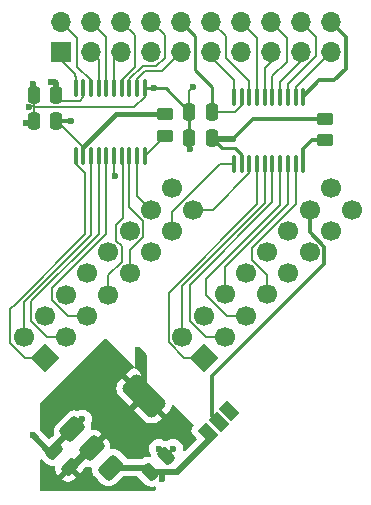
<source format=gbr>
%TF.GenerationSoftware,KiCad,Pcbnew,8.0.4*%
%TF.CreationDate,2024-12-17T16:18:05+07:00*%
%TF.ProjectId,8bit_bus,38626974-5f62-4757-932e-6b696361645f,rev?*%
%TF.SameCoordinates,Original*%
%TF.FileFunction,Copper,L1,Top*%
%TF.FilePolarity,Positive*%
%FSLAX46Y46*%
G04 Gerber Fmt 4.6, Leading zero omitted, Abs format (unit mm)*
G04 Created by KiCad (PCBNEW 8.0.4) date 2024-12-17 16:18:05*
%MOMM*%
%LPD*%
G01*
G04 APERTURE LIST*
G04 Aperture macros list*
%AMRoundRect*
0 Rectangle with rounded corners*
0 $1 Rounding radius*
0 $2 $3 $4 $5 $6 $7 $8 $9 X,Y pos of 4 corners*
0 Add a 4 corners polygon primitive as box body*
4,1,4,$2,$3,$4,$5,$6,$7,$8,$9,$2,$3,0*
0 Add four circle primitives for the rounded corners*
1,1,$1+$1,$2,$3*
1,1,$1+$1,$4,$5*
1,1,$1+$1,$6,$7*
1,1,$1+$1,$8,$9*
0 Add four rect primitives between the rounded corners*
20,1,$1+$1,$2,$3,$4,$5,0*
20,1,$1+$1,$4,$5,$6,$7,0*
20,1,$1+$1,$6,$7,$8,$9,0*
20,1,$1+$1,$8,$9,$2,$3,0*%
%AMHorizOval*
0 Thick line with rounded ends*
0 $1 width*
0 $2 $3 position (X,Y) of the first rounded end (center of the circle)*
0 $4 $5 position (X,Y) of the second rounded end (center of the circle)*
0 Add line between two ends*
20,1,$1,$2,$3,$4,$5,0*
0 Add two circle primitives to create the rounded ends*
1,1,$1,$2,$3*
1,1,$1,$4,$5*%
%AMRotRect*
0 Rectangle, with rotation*
0 The origin of the aperture is its center*
0 $1 length*
0 $2 width*
0 $3 Rotation angle, in degrees counterclockwise*
0 Add horizontal line*
21,1,$1,$2,0,0,$3*%
G04 Aperture macros list end*
%TA.AperFunction,SMDPad,CuDef*%
%ADD10RoundRect,0.250000X0.159099X-0.512652X0.512652X-0.159099X-0.159099X0.512652X-0.512652X0.159099X0*%
%TD*%
%TA.AperFunction,SMDPad,CuDef*%
%ADD11RoundRect,0.250000X0.250000X0.475000X-0.250000X0.475000X-0.250000X-0.475000X0.250000X-0.475000X0*%
%TD*%
%TA.AperFunction,SMDPad,CuDef*%
%ADD12RotRect,1.000000X1.500000X45.000000*%
%TD*%
%TA.AperFunction,SMDPad,CuDef*%
%ADD13RoundRect,0.250000X0.450000X-0.262500X0.450000X0.262500X-0.450000X0.262500X-0.450000X-0.262500X0*%
%TD*%
%TA.AperFunction,SMDPad,CuDef*%
%ADD14RoundRect,0.250000X0.512652X0.159099X0.159099X0.512652X-0.512652X-0.159099X-0.159099X-0.512652X0*%
%TD*%
%TA.AperFunction,SMDPad,CuDef*%
%ADD15RoundRect,0.100000X0.100000X-0.637500X0.100000X0.637500X-0.100000X0.637500X-0.100000X-0.637500X0*%
%TD*%
%TA.AperFunction,SMDPad,CuDef*%
%ADD16RoundRect,0.375000X-0.176777X-0.707107X0.707107X0.176777X0.176777X0.707107X-0.707107X-0.176777X0*%
%TD*%
%TA.AperFunction,SMDPad,CuDef*%
%ADD17RoundRect,0.500000X0.636396X-1.343503X1.343503X-0.636396X-0.636396X1.343503X-1.343503X0.636396X0*%
%TD*%
%TA.AperFunction,ComponentPad*%
%ADD18R,1.700000X1.700000*%
%TD*%
%TA.AperFunction,ComponentPad*%
%ADD19O,1.700000X1.700000*%
%TD*%
%TA.AperFunction,ComponentPad*%
%ADD20RotRect,1.700000X1.700000X315.000000*%
%TD*%
%TA.AperFunction,ComponentPad*%
%ADD21HorizOval,1.700000X0.000000X0.000000X0.000000X0.000000X0*%
%TD*%
%TA.AperFunction,ViaPad*%
%ADD22C,0.600000*%
%TD*%
%TA.AperFunction,Conductor*%
%ADD23C,0.300000*%
%TD*%
%TA.AperFunction,Conductor*%
%ADD24C,0.500000*%
%TD*%
%TA.AperFunction,Conductor*%
%ADD25C,0.250000*%
%TD*%
%TA.AperFunction,Conductor*%
%ADD26C,0.200000*%
%TD*%
G04 APERTURE END LIST*
D10*
%TO.P,C6,1*%
%TO.N,+5V*%
X37830391Y-59162352D03*
%TO.P,C6,2*%
%TO.N,GND*%
X39173893Y-57818850D03*
%TD*%
D11*
%TO.P,C2,1*%
%TO.N,+3V3*%
X29885892Y-29484250D03*
%TO.P,C2,2*%
%TO.N,GND*%
X27985894Y-29484250D03*
%TD*%
D12*
%TO.P,JP4,1,A*%
%TO.N,+5V*%
X42714654Y-55848089D03*
%TO.P,JP4,2,B*%
%TO.N,Net-(J12-Pin_14)*%
X43633893Y-54928850D03*
%TO.P,JP4,3*%
%TO.N,N/C*%
X44553132Y-54009611D03*
%TD*%
D11*
%TO.P,C3,1*%
%TO.N,+3V3*%
X43053891Y-30868850D03*
%TO.P,C3,2*%
%TO.N,GND*%
X41153893Y-30868850D03*
%TD*%
D13*
%TO.P,R10,1*%
%TO.N,Net-(U2-OE)*%
X52684893Y-31107950D03*
%TO.P,R10,2*%
%TO.N,+3V3*%
X52684893Y-29282950D03*
%TD*%
D11*
%TO.P,C4,1*%
%TO.N,+5V*%
X43063893Y-28698850D03*
%TO.P,C4,2*%
%TO.N,GND*%
X41163895Y-28698850D03*
%TD*%
D13*
%TO.P,R9,1*%
%TO.N,Net-(U1-OE)*%
X39095893Y-30726950D03*
%TO.P,R9,2*%
%TO.N,+3V3*%
X39095893Y-28901950D03*
%TD*%
D14*
%TO.P,C9,1*%
%TO.N,+3V3*%
X31053893Y-58728850D03*
%TO.P,C9,2*%
%TO.N,GND*%
X29710391Y-57385348D03*
%TD*%
D15*
%TO.P,U1,1,A1*%
%TO.N,/8bit_bus/D1_1*%
X31533893Y-32403850D03*
%TO.P,U1,2,VCCA*%
%TO.N,+3V3*%
X32183893Y-32403850D03*
%TO.P,U1,3,A2*%
%TO.N,/8bit_bus/D1_2*%
X32833893Y-32403850D03*
%TO.P,U1,4,A3*%
%TO.N,/8bit_bus/D1_3*%
X33483893Y-32403850D03*
%TO.P,U1,5,A4*%
%TO.N,/8bit_bus/D1_4*%
X34133893Y-32403850D03*
%TO.P,U1,6,A5*%
%TO.N,/8bit_bus/D1_5*%
X34783893Y-32403850D03*
%TO.P,U1,7,A6*%
%TO.N,/8bit_bus/D1_6*%
X35433893Y-32403850D03*
%TO.P,U1,8,A7*%
%TO.N,/8bit_bus/CM_A_N5*%
X36083893Y-32403850D03*
%TO.P,U1,9,A8*%
%TO.N,/8bit_bus/CM_STB_N1*%
X36733893Y-32403850D03*
%TO.P,U1,10,OE*%
%TO.N,Net-(U1-OE)*%
X37383893Y-32403850D03*
%TO.P,U1,11,GND*%
%TO.N,GND*%
X37383893Y-26678850D03*
%TO.P,U1,12,B8*%
%TO.N,/8bit_bus/STB*%
X36733893Y-26678850D03*
%TO.P,U1,13,B7*%
%TO.N,/8bit_bus/A*%
X36083893Y-26678850D03*
%TO.P,U1,14,B6*%
%TO.N,/8bit_bus/D5*%
X35433893Y-26678850D03*
%TO.P,U1,15,B5*%
%TO.N,/8bit_bus/D4*%
X34783893Y-26678850D03*
%TO.P,U1,16,B4*%
%TO.N,/8bit_bus/D3*%
X34133893Y-26678850D03*
%TO.P,U1,17,B3*%
%TO.N,/8bit_bus/D2*%
X33483893Y-26678850D03*
%TO.P,U1,18,B2*%
%TO.N,/8bit_bus/D1*%
X32833893Y-26678850D03*
%TO.P,U1,19,VCCB*%
%TO.N,+5V*%
X32183893Y-26678850D03*
%TO.P,U1,20,B1*%
%TO.N,/8bit_bus/D0*%
X31533893Y-26678850D03*
%TD*%
D16*
%TO.P,U6,1,GND*%
%TO.N,GND*%
X31260161Y-55549891D03*
%TO.P,U6,2,VO*%
%TO.N,+3V3*%
X32886507Y-57176236D03*
D17*
X37341279Y-52721464D03*
D16*
%TO.P,U6,3,VI*%
%TO.N,+5V*%
X34512852Y-58802582D03*
%TD*%
D15*
%TO.P,U2,1,A1*%
%TO.N,/8bit_bus/CM_CLK_M3*%
X44948893Y-33113849D03*
%TO.P,U2,2,VCCA*%
%TO.N,+3V3*%
X45598893Y-33113849D03*
%TO.P,U2,3,A2*%
%TO.N,/8bit_bus/CM_OE_M4*%
X46248893Y-33113849D03*
%TO.P,U2,4,A3*%
%TO.N,/8bit_bus/D2_1*%
X46898893Y-33113849D03*
%TO.P,U2,5,A4*%
%TO.N,/8bit_bus/D2_2*%
X47548893Y-33113849D03*
%TO.P,U2,6,A5*%
%TO.N,/8bit_bus/D2_3*%
X48198893Y-33113849D03*
%TO.P,U2,7,A6*%
%TO.N,/8bit_bus/D2_4*%
X48848893Y-33113849D03*
%TO.P,U2,8,A7*%
%TO.N,/8bit_bus/D2_5*%
X49498893Y-33113849D03*
%TO.P,U2,9,A8*%
%TO.N,/8bit_bus/D2_6*%
X50148893Y-33113849D03*
%TO.P,U2,10,OE*%
%TO.N,Net-(U2-OE)*%
X50798893Y-33113849D03*
%TO.P,U2,11,GND*%
%TO.N,GND*%
X50798893Y-27388849D03*
%TO.P,U2,12,B8*%
%TO.N,/8bit_bus/D11*%
X50148893Y-27388849D03*
%TO.P,U2,13,B7*%
%TO.N,/8bit_bus/D10*%
X49498893Y-27388849D03*
%TO.P,U2,14,B6*%
%TO.N,/8bit_bus/D9*%
X48848893Y-27388849D03*
%TO.P,U2,15,B5*%
%TO.N,/8bit_bus/D8*%
X48198893Y-27388849D03*
%TO.P,U2,16,B4*%
%TO.N,/8bit_bus/D7*%
X47548893Y-27388849D03*
%TO.P,U2,17,B3*%
%TO.N,/8bit_bus/D6*%
X46898893Y-27388849D03*
%TO.P,U2,18,B2*%
%TO.N,/8bit_bus/OE*%
X46248893Y-27388849D03*
%TO.P,U2,19,VCCB*%
%TO.N,+5V*%
X45598893Y-27388849D03*
%TO.P,U2,20,B1*%
%TO.N,/8bit_bus/CLK*%
X44948893Y-27388849D03*
%TD*%
D18*
%TO.P,J17,1,Pin_1*%
%TO.N,/8bit_bus/D0*%
X30293893Y-23608850D03*
D19*
%TO.P,J17,2,Pin_2*%
%TO.N,/8bit_bus/D1*%
X30293893Y-21068850D03*
%TO.P,J17,3,Pin_3*%
%TO.N,/8bit_bus/D2*%
X32833893Y-23608850D03*
%TO.P,J17,4,Pin_4*%
%TO.N,/8bit_bus/D3*%
X32833893Y-21068850D03*
%TO.P,J17,5,Pin_5*%
%TO.N,/8bit_bus/D4*%
X35373892Y-23608850D03*
%TO.P,J17,6,Pin_6*%
%TO.N,/8bit_bus/D5*%
X35373893Y-21068850D03*
%TO.P,J17,7,Pin_7*%
%TO.N,GND*%
X37913893Y-23608850D03*
%TO.P,J17,8,Pin_8*%
%TO.N,/8bit_bus/A*%
X37913893Y-21068850D03*
%TO.P,J17,9,Pin_9*%
%TO.N,/8bit_bus/STB*%
X40453893Y-23608850D03*
%TO.P,J17,10,Pin_10*%
%TO.N,+5V*%
X40453893Y-21068850D03*
%TO.P,J17,11,Pin_11*%
%TO.N,/8bit_bus/CLK*%
X42993893Y-23608850D03*
%TO.P,J17,12,Pin_12*%
%TO.N,/8bit_bus/OE*%
X42993893Y-21068850D03*
%TO.P,J17,13,Pin_13*%
%TO.N,GND*%
X45533893Y-23608850D03*
%TO.P,J17,14,Pin_14*%
%TO.N,/8bit_bus/D6*%
X45533893Y-21068850D03*
%TO.P,J17,15,Pin_15*%
%TO.N,/8bit_bus/D7*%
X48073894Y-23608850D03*
%TO.P,J17,16,Pin_16*%
%TO.N,/8bit_bus/D8*%
X48073893Y-21068850D03*
%TO.P,J17,17,Pin_17*%
%TO.N,/8bit_bus/D9*%
X50613893Y-23608850D03*
%TO.P,J17,18,Pin_18*%
%TO.N,/8bit_bus/D10*%
X50613893Y-21068850D03*
%TO.P,J17,19,Pin_19*%
%TO.N,/8bit_bus/D11*%
X53153893Y-23608850D03*
%TO.P,J17,20,Pin_20*%
%TO.N,GND*%
X53153893Y-21068850D03*
%TD*%
D11*
%TO.P,C1,1*%
%TO.N,+5V*%
X29885892Y-27249050D03*
%TO.P,C1,2*%
%TO.N,GND*%
X27985894Y-27249050D03*
%TD*%
D20*
%TO.P,J11,1,Pin_1*%
%TO.N,/8bit_bus/D1_1*%
X28923893Y-49538850D03*
D21*
%TO.P,J11,2,Pin_2*%
%TO.N,/8bit_bus/D1_2*%
X27127842Y-47742799D03*
%TO.P,J11,3,Pin_3*%
%TO.N,/8bit_bus/D1_3*%
X30719944Y-47742799D03*
%TO.P,J11,4,Pin_4*%
%TO.N,GND*%
X28923893Y-45946748D03*
%TO.P,J11,5,Pin_5*%
%TO.N,/8bit_bus/D1_4*%
X32515995Y-45946748D03*
%TO.P,J11,6,Pin_6*%
%TO.N,/8bit_bus/D1_5*%
X30719944Y-44150696D03*
%TO.P,J11,7,Pin_7*%
%TO.N,/8bit_bus/D1_6*%
X34312047Y-44150696D03*
%TO.P,J11,8,Pin_8*%
%TO.N,/8bit_bus/CM_E_N4*%
X32515995Y-42354645D03*
%TO.P,J11,9,Pin_9*%
%TO.N,/8bit_bus/CM_A_N5*%
X36108098Y-42354645D03*
%TO.P,J11,10,Pin_10*%
%TO.N,/8bit_bus/CM_B_N3*%
X34312047Y-40558594D03*
%TO.P,J11,11,Pin_11*%
%TO.N,/8bit_bus/CM_C_P3*%
X37904149Y-40558594D03*
%TO.P,J11,12,Pin_12*%
%TO.N,/8bit_bus/CM_D_P4*%
X36108098Y-38762543D03*
%TO.P,J11,13,Pin_13*%
%TO.N,/8bit_bus/CM_CLK_M3*%
X39700200Y-38762543D03*
%TO.P,J11,14,Pin_14*%
%TO.N,/8bit_bus/CM_STB_N1*%
X37904149Y-36966491D03*
%TO.P,J11,15,Pin_15*%
%TO.N,/8bit_bus/CM_OE_M4*%
X41496252Y-36966491D03*
%TO.P,J11,16,Pin_16*%
%TO.N,GND*%
X39700200Y-35170440D03*
%TD*%
D20*
%TO.P,J12,1,Pin_1*%
%TO.N,/8bit_bus/D2_1*%
X42363893Y-49528850D03*
D21*
%TO.P,J12,2,Pin_2*%
%TO.N,/8bit_bus/D2_2*%
X40567842Y-47732799D03*
%TO.P,J12,3,Pin_3*%
%TO.N,/8bit_bus/D2_3*%
X44159944Y-47732799D03*
%TO.P,J12,4,Pin_4*%
%TO.N,GND*%
X42363893Y-45936748D03*
%TO.P,J12,5,Pin_5*%
%TO.N,/8bit_bus/D2_4*%
X45955995Y-45936748D03*
%TO.P,J12,6,Pin_6*%
%TO.N,/8bit_bus/D2_5*%
X44159944Y-44140696D03*
%TO.P,J12,7,Pin_7*%
%TO.N,/8bit_bus/D2_6*%
X47752047Y-44140696D03*
%TO.P,J12,8,Pin_8*%
%TO.N,unconnected-(J12-Pin_8-Pad8)*%
X45955995Y-42344645D03*
%TO.P,J12,9,Pin_9*%
%TO.N,unconnected-(J12-Pin_9-Pad9)*%
X49548098Y-42344645D03*
%TO.P,J12,10,Pin_10*%
%TO.N,unconnected-(J12-Pin_10-Pad10)*%
X47752047Y-40548594D03*
%TO.P,J12,11,Pin_11*%
%TO.N,unconnected-(J12-Pin_11-Pad11)*%
X51344149Y-40548594D03*
%TO.P,J12,12,Pin_12*%
%TO.N,unconnected-(J12-Pin_12-Pad12)*%
X49548098Y-38752543D03*
%TO.P,J12,13,Pin_13*%
%TO.N,unconnected-(J12-Pin_13-Pad13)*%
X53140200Y-38752543D03*
%TO.P,J12,14,Pin_14*%
%TO.N,Net-(J12-Pin_14)*%
X51344149Y-36956491D03*
%TO.P,J12,15,Pin_15*%
%TO.N,unconnected-(J12-Pin_15-Pad15)*%
X54936252Y-36956491D03*
%TO.P,J12,16,Pin_16*%
%TO.N,GND*%
X53140200Y-35160440D03*
%TD*%
D22*
%TO.N,GND*%
X27894493Y-56078050D03*
X41508893Y-26548850D03*
X41173893Y-31868850D03*
X32103893Y-54706159D03*
X27615093Y-28290450D03*
X27335693Y-29662050D03*
X38562493Y-57195650D03*
X38133893Y-26678850D03*
X27945293Y-26334650D03*
X39807093Y-57195650D03*
%TO.N,+3V3*%
X31171093Y-29484250D03*
X44883893Y-30948850D03*
X36773893Y-49499450D03*
X36773893Y-50218850D03*
X36773893Y-48813650D03*
%TO.N,/8bit_bus/D1_5*%
X34883893Y-34088850D03*
%TO.N,+5V*%
X38867293Y-59761050D03*
X29467893Y-26132850D03*
X40107497Y-59162352D03*
%TD*%
D23*
%TO.N,GND*%
X54437493Y-22352450D02*
X53153893Y-21068850D01*
D24*
X29710391Y-57099661D02*
X31260161Y-55549891D01*
D25*
X41153893Y-31848850D02*
X41173893Y-31868850D01*
D26*
X37383893Y-27416349D02*
X37383893Y-26678850D01*
D24*
X32103893Y-54706159D02*
X31260161Y-55549891D01*
D23*
X50798893Y-27388849D02*
X52157892Y-26029850D01*
X39183893Y-57818850D02*
X39807093Y-57195650D01*
D26*
X27985894Y-28315850D02*
X36484392Y-28315850D01*
X27985894Y-28315850D02*
X27985894Y-28214250D01*
D25*
X41163895Y-28698850D02*
X39143895Y-26678850D01*
D26*
X27808094Y-29662050D02*
X27985894Y-29484250D01*
X41163895Y-26893848D02*
X41163895Y-28698850D01*
X27985894Y-28214250D02*
X27985894Y-27249050D01*
X41508893Y-26548850D02*
X41163895Y-26893848D01*
X27985894Y-28214250D02*
X27691293Y-28214250D01*
D25*
X41153893Y-28708852D02*
X41163895Y-28698850D01*
D24*
X29710391Y-57385348D02*
X29201791Y-57385348D01*
X29201791Y-57385348D02*
X27894493Y-56078050D01*
D23*
X52157892Y-26029850D02*
X53446893Y-26029850D01*
X39173893Y-57818850D02*
X39173893Y-57807050D01*
X39173893Y-57807050D02*
X38562493Y-57195650D01*
D26*
X27985894Y-29484250D02*
X27985894Y-28315850D01*
X27691293Y-28214250D02*
X27615093Y-28290450D01*
X36484392Y-28315850D02*
X37383893Y-27416349D01*
D25*
X41153893Y-30868850D02*
X41153893Y-31848850D01*
X41153893Y-30868850D02*
X41153893Y-28708852D01*
D23*
X39173893Y-57818850D02*
X39183893Y-57818850D01*
X54437493Y-25039250D02*
X54437493Y-22352450D01*
D26*
X27335693Y-29662050D02*
X27808094Y-29662050D01*
D24*
X29710391Y-57385348D02*
X29710391Y-57099661D01*
D23*
X53446893Y-26029850D02*
X54437493Y-25039250D01*
D26*
X27985894Y-26375251D02*
X27945293Y-26334650D01*
X27985894Y-27249050D02*
X27985894Y-26375251D01*
D25*
X39143895Y-26678850D02*
X37383893Y-26678850D01*
D24*
%TO.N,+3V3*%
X31333893Y-58728850D02*
X32886507Y-57176236D01*
X44883893Y-30948850D02*
X43133891Y-30948850D01*
D25*
X43963891Y-31778850D02*
X43053891Y-30868850D01*
D24*
X37341279Y-50786236D02*
X37341279Y-49381036D01*
X36773893Y-50218850D02*
X36773893Y-49499450D01*
D23*
X34959125Y-28901950D02*
X32183893Y-31677182D01*
D25*
X45598893Y-33113849D02*
X45598893Y-32373850D01*
X45598893Y-32373850D02*
X45003893Y-31778850D01*
D24*
X36773893Y-48813650D02*
X36773893Y-49499450D01*
X43133891Y-30948850D02*
X43053891Y-30868850D01*
D23*
X39095893Y-28901950D02*
X34959125Y-28901950D01*
D25*
X38993893Y-28948850D02*
X34947581Y-28948850D01*
D26*
X32183893Y-31666351D02*
X30386392Y-29868850D01*
D23*
X52684893Y-29282950D02*
X46549793Y-29282950D01*
D24*
X37341279Y-50786236D02*
X36773893Y-50218850D01*
D23*
X32183893Y-31677182D02*
X32183893Y-32403850D01*
D24*
X31053893Y-58728850D02*
X31333893Y-58728850D01*
D23*
X29885892Y-29484250D02*
X31171093Y-29484250D01*
D26*
X32183893Y-32403850D02*
X32183893Y-31666351D01*
D25*
X34947581Y-28948850D02*
X32183893Y-31712538D01*
D24*
X37341279Y-52721464D02*
X37341279Y-50786236D01*
X32886507Y-57176236D02*
X37341279Y-52721464D01*
D23*
X46549793Y-29282950D02*
X44883893Y-30948850D01*
D24*
X37341279Y-49381036D02*
X36773893Y-48813650D01*
D25*
X32183893Y-31712538D02*
X32183893Y-32403850D01*
D26*
X30386392Y-29868850D02*
X29873891Y-29868850D01*
D25*
X45003893Y-31778850D02*
X43963891Y-31778850D01*
D26*
%TO.N,/8bit_bus/D1_6*%
X35533893Y-37710402D02*
X34958098Y-38286197D01*
X34958098Y-39578299D02*
X35462047Y-40082248D01*
X34312047Y-42524350D02*
X34312047Y-44150696D01*
X34958098Y-38286197D02*
X34958098Y-39578299D01*
X35433893Y-32403850D02*
X35533893Y-32503850D01*
X35533893Y-32503850D02*
X35533893Y-37710402D01*
X35462047Y-40082248D02*
X35462047Y-41374350D01*
X35462047Y-41374350D02*
X34312047Y-42524350D01*
%TO.N,/8bit_bus/CM_A_N5*%
X36108098Y-40388889D02*
X37258098Y-39238889D01*
X36108098Y-42354645D02*
X36108098Y-40388889D01*
X37258098Y-39238889D02*
X37258098Y-37946786D01*
X36083893Y-36772581D02*
X36083893Y-32403850D01*
X37258098Y-37946786D02*
X36083893Y-36772581D01*
%TO.N,/8bit_bus/D1_5*%
X34783893Y-33988850D02*
X34883893Y-34088850D01*
X34783893Y-32403850D02*
X34783893Y-33988850D01*
%TO.N,/8bit_bus/D1_2*%
X27127842Y-47742799D02*
X27127842Y-44795914D01*
X32833893Y-39089863D02*
X32833893Y-32403850D01*
X27127842Y-44795914D02*
X32833893Y-39089863D01*
%TO.N,/8bit_bus/D1_3*%
X30719944Y-47252799D02*
X30743893Y-47228850D01*
X29093598Y-47742799D02*
X27773893Y-46423094D01*
X27773893Y-44715550D02*
X33483893Y-39005550D01*
X30719944Y-47742799D02*
X29093598Y-47742799D01*
X30719944Y-47742799D02*
X30719944Y-47252799D01*
X27773893Y-46423094D02*
X27773893Y-44715550D01*
X33483893Y-39005550D02*
X33483893Y-32403850D01*
%TO.N,/8bit_bus/CM_CLK_M3*%
X39700200Y-37136197D02*
X43722548Y-33113849D01*
X39700200Y-38762543D02*
X39700200Y-37136197D01*
X43722548Y-33113849D02*
X44948893Y-33113849D01*
%TO.N,/8bit_bus/CM_STB_N1*%
X36733893Y-35796235D02*
X37904149Y-36966491D01*
X36733893Y-32403850D02*
X36733893Y-35796235D01*
%TO.N,/8bit_bus/D1_1*%
X26265178Y-45081514D02*
X25977842Y-45368850D01*
X26276557Y-45081514D02*
X26265178Y-45081514D01*
X25977842Y-45368850D02*
X25977842Y-48262799D01*
X25977842Y-48262799D02*
X27253893Y-49538850D01*
X31533893Y-33141349D02*
X31533893Y-32403850D01*
X27253893Y-49538850D02*
X28923893Y-49538850D01*
X26276557Y-45081514D02*
X32293893Y-39064177D01*
X32293893Y-39064177D02*
X32293893Y-33901349D01*
X32293893Y-33901349D02*
X31533893Y-33141349D01*
%TO.N,/8bit_bus/CM_OE_M4*%
X43133750Y-36966491D02*
X46248893Y-33851348D01*
X46248893Y-33851348D02*
X46248893Y-33113849D01*
X41496252Y-36966491D02*
X43133750Y-36966491D01*
%TO.N,/8bit_bus/D1_4*%
X34133893Y-39028850D02*
X34133893Y-32403850D01*
X29569944Y-44627042D02*
X29569944Y-43592799D01*
X32515995Y-45946748D02*
X30889650Y-45946748D01*
X30889650Y-45946748D02*
X29569944Y-44627042D01*
X29569944Y-43592799D02*
X34133893Y-39028850D01*
%TO.N,/8bit_bus/D2_2*%
X47548893Y-36442479D02*
X40567842Y-43423530D01*
X47548893Y-33113849D02*
X47548893Y-36442479D01*
X40567842Y-43423530D02*
X40567842Y-47732799D01*
%TO.N,/8bit_bus/D2_3*%
X48198893Y-33113849D02*
X48198893Y-36358164D01*
X41213893Y-46413094D02*
X42533598Y-47732799D01*
X41213893Y-43343164D02*
X41213893Y-46413094D01*
X48198893Y-36358164D02*
X41213893Y-43343164D01*
X42533598Y-47732799D02*
X44159944Y-47732799D01*
%TO.N,/8bit_bus/D2_6*%
X50148893Y-33113849D02*
X50148893Y-36525402D01*
X46432341Y-40241954D02*
X46432341Y-41194645D01*
X47752047Y-42514351D02*
X47752047Y-44140696D01*
X50148893Y-36525402D02*
X46432341Y-40241954D01*
X46432341Y-41194645D02*
X47752047Y-42514351D01*
%TO.N,/8bit_bus/D2_5*%
X44159944Y-44140696D02*
X44159944Y-41838485D01*
X49498893Y-36499536D02*
X49498893Y-33113849D01*
X44159944Y-41838485D02*
X49498893Y-36499536D01*
%TO.N,/8bit_bus/D2_4*%
X42593893Y-42838850D02*
X48848893Y-36583850D01*
X45955995Y-45936748D02*
X44329650Y-45936748D01*
X42593893Y-44200991D02*
X42593893Y-42838850D01*
X44329650Y-45936748D02*
X42593893Y-44200991D01*
X48848893Y-36583850D02*
X48848893Y-33113849D01*
%TO.N,/8bit_bus/D2_1*%
X40737547Y-49528850D02*
X42363893Y-49528850D01*
X39417842Y-44007844D02*
X39417842Y-48209145D01*
X39417842Y-48209145D02*
X40737547Y-49528850D01*
X46898893Y-36526793D02*
X39417842Y-44007844D01*
X46898893Y-33113849D02*
X46898893Y-36526793D01*
D24*
%TO.N,+5V*%
X34512852Y-58802582D02*
X36303893Y-58802582D01*
X39253893Y-59162352D02*
X38943493Y-59162352D01*
D25*
X41628893Y-22243850D02*
X41628893Y-25143850D01*
X40453893Y-21068850D02*
X41628893Y-22243850D01*
D24*
X42714654Y-55848089D02*
X42714654Y-56555195D01*
X29750093Y-26132850D02*
X29885892Y-26268649D01*
X37470621Y-58802582D02*
X37830391Y-59162352D01*
X29885892Y-26268649D02*
X29885892Y-27249050D01*
D26*
X45598893Y-27388849D02*
X45598893Y-28126348D01*
X31868592Y-27731650D02*
X32183893Y-27416349D01*
X30368492Y-27731650D02*
X31868592Y-27731650D01*
D24*
X38943493Y-59162352D02*
X37830391Y-59162352D01*
X29467893Y-26132850D02*
X29750093Y-26132850D01*
D26*
X45026391Y-28698850D02*
X43063893Y-28698850D01*
D24*
X40107497Y-59162352D02*
X39253893Y-59162352D01*
D25*
X41628893Y-25143850D02*
X43063893Y-26578850D01*
D26*
X45598893Y-28126348D02*
X45026391Y-28698850D01*
D24*
X42714654Y-56555195D02*
X40107497Y-59162352D01*
D26*
X32183893Y-27416349D02*
X32183893Y-26678850D01*
D25*
X43063893Y-26578850D02*
X43063893Y-28698850D01*
D24*
X38867293Y-59238552D02*
X38943493Y-59162352D01*
D26*
X29885892Y-27249050D02*
X30368492Y-27731650D01*
D24*
X38867293Y-59761050D02*
X38867293Y-59238552D01*
X36303893Y-58802582D02*
X37470621Y-58802582D01*
D23*
%TO.N,Net-(J12-Pin_14)*%
X43633893Y-54928850D02*
X43103563Y-54398520D01*
X43103563Y-51054380D02*
X52583293Y-41574650D01*
X52583293Y-40090681D02*
X51344149Y-38851537D01*
X52583293Y-41574650D02*
X52583293Y-40090681D01*
X43103563Y-54398520D02*
X43103563Y-51054380D01*
X51344149Y-38851537D02*
X51344149Y-36956491D01*
D26*
%TO.N,/8bit_bus/D0*%
X30293893Y-24328850D02*
X31463893Y-25498850D01*
X31463893Y-25628850D02*
X31533893Y-25698850D01*
X31463893Y-25498850D02*
X31463893Y-25628850D01*
X31533893Y-25698850D02*
X31533893Y-26678850D01*
X30293893Y-23608850D02*
X30293893Y-24328850D01*
%TO.N,/8bit_bus/D2*%
X32833893Y-23608850D02*
X33483893Y-24258850D01*
X33483893Y-24258850D02*
X33483893Y-26678850D01*
%TO.N,/8bit_bus/D4*%
X35373892Y-23608850D02*
X34783893Y-24198849D01*
X34783893Y-24198849D02*
X34783893Y-26678850D01*
%TO.N,/8bit_bus/D6*%
X46898893Y-22433850D02*
X46898893Y-27388849D01*
X45533893Y-21068850D02*
X46898893Y-22433850D01*
%TO.N,/8bit_bus/D1*%
X31683893Y-24858850D02*
X32833893Y-26008850D01*
X30293893Y-21068850D02*
X31683893Y-22458850D01*
X31683893Y-22458850D02*
X31683893Y-24858850D01*
X32833893Y-26008850D02*
X32833893Y-26678850D01*
%TO.N,/8bit_bus/D3*%
X32833893Y-21068850D02*
X34133893Y-22368850D01*
X34133893Y-22368850D02*
X34133893Y-26678850D01*
%TO.N,/8bit_bus/D7*%
X48073894Y-24463449D02*
X47548893Y-24988450D01*
X48073894Y-23608850D02*
X48073894Y-24463449D01*
X47548893Y-24988450D02*
X47548893Y-27388849D01*
%TO.N,/8bit_bus/D5*%
X35433893Y-26018850D02*
X35433893Y-26678850D01*
X36523892Y-24928851D02*
X35433893Y-26018850D01*
X36523892Y-22218849D02*
X36523892Y-24928851D01*
X35373893Y-21068850D02*
X36523892Y-22218849D01*
%TO.N,/8bit_bus/OE*%
X44226693Y-22301650D02*
X44226693Y-24083850D01*
X46248893Y-26106050D02*
X46248893Y-27388849D01*
X44226693Y-24083850D02*
X46248893Y-26106050D01*
X42993893Y-21068850D02*
X44226693Y-22301650D01*
%TO.N,/8bit_bus/D11*%
X50148893Y-27388849D02*
X50148893Y-26613850D01*
X50148893Y-26613850D02*
X53153893Y-23608850D01*
%TO.N,/8bit_bus/CLK*%
X42993893Y-24060450D02*
X42993893Y-23608850D01*
X44948893Y-27388849D02*
X44948893Y-26015450D01*
X44948893Y-26015450D02*
X42993893Y-24060450D01*
%TO.N,/8bit_bus/D10*%
X49498893Y-26350196D02*
X49498893Y-27388849D01*
X51922893Y-22377850D02*
X51922893Y-23926196D01*
X51922893Y-23926196D02*
X49498893Y-26350196D01*
X50613893Y-21068850D02*
X51922893Y-22377850D01*
%TO.N,/8bit_bus/A*%
X39063893Y-22218850D02*
X39063893Y-24085196D01*
X38330239Y-24818850D02*
X37206394Y-24818850D01*
X37913893Y-21068850D02*
X39063893Y-22218850D01*
X39063893Y-24085196D02*
X38330239Y-24818850D01*
X36083893Y-25941351D02*
X36083893Y-26678850D01*
X37206394Y-24818850D02*
X36083893Y-25941351D01*
%TO.N,/8bit_bus/STB*%
X36733893Y-26678850D02*
X36733893Y-25898850D01*
X36733893Y-25898850D02*
X37413893Y-25218850D01*
X38843893Y-25218850D02*
X40453893Y-23608850D01*
X37413893Y-25218850D02*
X38843893Y-25218850D01*
%TO.N,/8bit_bus/D9*%
X48848893Y-26132050D02*
X48848893Y-27388849D01*
X50613893Y-23608850D02*
X50613893Y-24367050D01*
X50613893Y-24367050D02*
X48848893Y-26132050D01*
%TO.N,/8bit_bus/D8*%
X49408293Y-24439450D02*
X49408293Y-22403250D01*
X48198893Y-27388849D02*
X48198893Y-25648850D01*
X48198893Y-25648850D02*
X49408293Y-24439450D01*
X49408293Y-22403250D02*
X48073893Y-21068850D01*
%TO.N,Net-(U1-OE)*%
X39060793Y-30726950D02*
X39095893Y-30726950D01*
X38993893Y-30793850D02*
X38993893Y-30773850D01*
X37383893Y-32403850D02*
X39060793Y-30726950D01*
X37383893Y-32403850D02*
X38993893Y-30793850D01*
D23*
%TO.N,Net-(U2-OE)*%
X50798893Y-31852850D02*
X51543793Y-31107950D01*
X50798893Y-33113849D02*
X50798893Y-31852850D01*
X51543793Y-31107950D02*
X52684893Y-31107950D01*
%TD*%
%TA.AperFunction,Conductor*%
%TO.N,+3V3*%
G36*
X34161876Y-47906459D02*
G01*
X34204362Y-47933768D01*
X36511265Y-50199476D01*
X36545301Y-50260495D01*
X36540944Y-50330229D01*
X36499579Y-50386538D01*
X36461499Y-50406257D01*
X36308497Y-50454262D01*
X36130668Y-50552965D01*
X36130665Y-50552967D01*
X36038802Y-50629829D01*
X36038787Y-50629842D01*
X35820999Y-50847631D01*
X39215112Y-54241744D01*
X39432900Y-54023955D01*
X39432913Y-54023940D01*
X39509775Y-53932077D01*
X39509777Y-53932074D01*
X39608481Y-53754244D01*
X39670835Y-53555509D01*
X39709686Y-53497437D01*
X39773765Y-53469588D01*
X39842729Y-53480804D01*
X39876036Y-53504162D01*
X41509183Y-55108146D01*
X41543219Y-55169164D01*
X41538862Y-55238898D01*
X41509977Y-55284294D01*
X41443006Y-55351265D01*
X41405393Y-55397937D01*
X41345605Y-55528852D01*
X41345604Y-55528856D01*
X41325124Y-55671312D01*
X41345604Y-55813769D01*
X41405391Y-55944682D01*
X41405392Y-55944683D01*
X41405393Y-55944685D01*
X41443012Y-55991368D01*
X41443015Y-55991371D01*
X41443020Y-55991377D01*
X41742380Y-56290737D01*
X41775865Y-56352060D01*
X41770881Y-56421752D01*
X41742380Y-56466099D01*
X40812422Y-57396057D01*
X40751099Y-57429542D01*
X40681407Y-57424558D01*
X40625474Y-57382686D01*
X40601057Y-57317222D01*
X40601521Y-57294492D01*
X40612658Y-57195652D01*
X40612658Y-57195646D01*
X40592462Y-57016400D01*
X40592461Y-57016395D01*
X40532881Y-56846126D01*
X40436908Y-56693387D01*
X40309355Y-56565834D01*
X40156616Y-56469861D01*
X39986347Y-56410281D01*
X39986342Y-56410280D01*
X39807097Y-56390085D01*
X39807089Y-56390085D01*
X39627843Y-56410280D01*
X39627838Y-56410281D01*
X39457569Y-56469861D01*
X39305135Y-56565643D01*
X39237898Y-56584643D01*
X39210566Y-56581306D01*
X39102522Y-56555698D01*
X39102517Y-56555697D01*
X39102515Y-56555697D01*
X39102512Y-56555697D01*
X39084346Y-56555697D01*
X39018374Y-56536691D01*
X38912015Y-56469861D01*
X38741747Y-56410281D01*
X38741742Y-56410280D01*
X38562497Y-56390085D01*
X38562489Y-56390085D01*
X38383243Y-56410280D01*
X38383238Y-56410281D01*
X38212969Y-56469861D01*
X38060230Y-56565834D01*
X37932677Y-56693387D01*
X37836704Y-56846126D01*
X37777124Y-57016395D01*
X37777123Y-57016400D01*
X37756928Y-57195646D01*
X37756928Y-57195653D01*
X37777123Y-57374899D01*
X37777124Y-57374904D01*
X37836704Y-57545174D01*
X37891733Y-57632750D01*
X37910740Y-57698723D01*
X37910740Y-57747468D01*
X37910741Y-57747481D01*
X37911508Y-57750716D01*
X37911386Y-57753003D01*
X37911579Y-57754647D01*
X37911298Y-57754679D01*
X37907813Y-57820488D01*
X37866982Y-57877186D01*
X37801980Y-57902808D01*
X37762257Y-57899967D01*
X37759022Y-57899200D01*
X37759014Y-57899199D01*
X37759013Y-57899199D01*
X37583571Y-57899199D01*
X37583569Y-57899199D01*
X37583563Y-57899200D01*
X37412861Y-57939658D01*
X37256073Y-58018399D01*
X37248929Y-58024220D01*
X37184520Y-58051300D01*
X37170612Y-58052082D01*
X35935742Y-58052082D01*
X35868703Y-58032397D01*
X35848061Y-58015763D01*
X35254876Y-57422580D01*
X35254874Y-57422578D01*
X35222583Y-57394387D01*
X35222581Y-57394385D01*
X35222579Y-57394384D01*
X35094334Y-57317222D01*
X35059409Y-57296208D01*
X34969908Y-57266051D01*
X34878947Y-57235403D01*
X34878943Y-57235402D01*
X34689629Y-57214813D01*
X34689627Y-57214813D01*
X34600846Y-57224468D01*
X34532071Y-57212147D01*
X34480876Y-57164599D01*
X34463514Y-57096921D01*
X34464167Y-57087787D01*
X34473774Y-56999458D01*
X34453196Y-56810252D01*
X34453195Y-56810249D01*
X34392423Y-56629888D01*
X34294300Y-56466804D01*
X34266146Y-56434554D01*
X34123944Y-56292352D01*
X32886507Y-57529789D01*
X31651273Y-58765024D01*
X31589950Y-58798509D01*
X31563592Y-58801343D01*
X31479938Y-58801343D01*
X31937775Y-59259180D01*
X32132212Y-59064743D01*
X32132218Y-59064736D01*
X32197427Y-58984687D01*
X32276113Y-58828010D01*
X32281496Y-58805297D01*
X32316109Y-58744604D01*
X32378041Y-58712258D01*
X32441749Y-58716382D01*
X32520523Y-58742925D01*
X32709729Y-58763502D01*
X32798057Y-58753896D01*
X32866832Y-58766216D01*
X32918028Y-58813763D01*
X32935391Y-58881441D01*
X32934738Y-58890575D01*
X32925083Y-58979356D01*
X32925083Y-58979359D01*
X32945672Y-59168673D01*
X32945673Y-59168677D01*
X32976167Y-59259180D01*
X33006478Y-59349139D01*
X33039204Y-59403530D01*
X33104655Y-59512311D01*
X33104658Y-59512315D01*
X33132839Y-59544597D01*
X33132852Y-59544611D01*
X33460624Y-59872381D01*
X33770830Y-60182586D01*
X33803121Y-60210777D01*
X33966295Y-60308956D01*
X34146759Y-60369761D01*
X34336075Y-60390351D01*
X34525392Y-60369761D01*
X34705855Y-60308956D01*
X34869029Y-60210777D01*
X34901320Y-60182588D01*
X35494506Y-59589400D01*
X35555829Y-59555916D01*
X35582187Y-59553082D01*
X36229975Y-59553082D01*
X36754838Y-59553082D01*
X36821877Y-59572767D01*
X36842519Y-59589401D01*
X37494168Y-60241048D01*
X37574276Y-60306307D01*
X37700624Y-60369760D01*
X37731059Y-60385045D01*
X37873604Y-60418829D01*
X37901769Y-60425505D01*
X37901772Y-60425505D01*
X38077208Y-60425505D01*
X38077211Y-60425505D01*
X38212959Y-60393331D01*
X38282731Y-60397024D01*
X38339431Y-60437852D01*
X38365056Y-60502853D01*
X38351471Y-60571389D01*
X38329727Y-60601178D01*
X38167094Y-60765640D01*
X38105959Y-60799467D01*
X38078924Y-60802450D01*
X28626229Y-60802450D01*
X28559190Y-60782765D01*
X28513435Y-60729961D01*
X28502243Y-60680329D01*
X28488478Y-59771832D01*
X30364463Y-59771832D01*
X30399796Y-59807164D01*
X30399815Y-59807181D01*
X30479854Y-59872383D01*
X30636532Y-59951069D01*
X30807134Y-59991503D01*
X30982454Y-59991503D01*
X31153055Y-59951069D01*
X31309736Y-59872381D01*
X31389772Y-59807182D01*
X31389790Y-59807166D01*
X31584223Y-59612733D01*
X31584223Y-59612732D01*
X31053894Y-59082403D01*
X31053893Y-59082403D01*
X30364463Y-59771832D01*
X28488478Y-59771832D01*
X28478719Y-59127780D01*
X28478716Y-59124277D01*
X28480545Y-58984687D01*
X28490868Y-58196665D01*
X28511428Y-58129894D01*
X28564826Y-58084835D01*
X28634109Y-58075798D01*
X28697279Y-58105653D01*
X28702537Y-58110613D01*
X29006040Y-58414114D01*
X29055970Y-58464044D01*
X29136077Y-58529303D01*
X29292859Y-58608040D01*
X29463571Y-58648501D01*
X29463574Y-58648501D01*
X29639010Y-58648501D01*
X29639013Y-58648501D01*
X29642793Y-58647605D01*
X29645466Y-58647746D01*
X29646188Y-58647662D01*
X29646202Y-58647785D01*
X29712565Y-58651295D01*
X29769266Y-58692122D01*
X29794894Y-58757122D01*
X29792053Y-58796853D01*
X29791240Y-58800283D01*
X29791240Y-58975609D01*
X29831673Y-59146210D01*
X29910361Y-59302891D01*
X29975560Y-59382927D01*
X29975576Y-59382945D01*
X30010910Y-59418279D01*
X31053893Y-58375297D01*
X31969673Y-57459517D01*
X32030996Y-57426032D01*
X32057354Y-57423198D01*
X32285992Y-57423198D01*
X32285992Y-57423197D01*
X32886507Y-56822683D01*
X33770390Y-55938798D01*
X33770390Y-55938797D01*
X33628193Y-55796601D01*
X33628188Y-55796596D01*
X33595938Y-55768442D01*
X33432854Y-55670319D01*
X33252493Y-55609547D01*
X33252490Y-55609546D01*
X33063284Y-55588969D01*
X33063282Y-55588969D01*
X32974953Y-55598575D01*
X32906179Y-55586254D01*
X32854983Y-55538706D01*
X32837621Y-55471028D01*
X32838274Y-55461895D01*
X32847930Y-55373114D01*
X32847930Y-55373113D01*
X32838270Y-55284294D01*
X32827340Y-55183798D01*
X32818841Y-55158577D01*
X32816090Y-55088765D01*
X32827390Y-55062310D01*
X32826659Y-55061958D01*
X32829675Y-55055690D01*
X32829682Y-55055681D01*
X32887670Y-54889962D01*
X32889259Y-54885421D01*
X32889262Y-54885408D01*
X32909458Y-54706162D01*
X32909458Y-54706155D01*
X32889262Y-54526909D01*
X32889261Y-54526904D01*
X32829681Y-54356635D01*
X32733708Y-54203896D01*
X32606155Y-54076343D01*
X32453416Y-53980370D01*
X32392061Y-53958901D01*
X36457395Y-53958901D01*
X37311579Y-54813085D01*
X37311594Y-54813098D01*
X37403457Y-54889960D01*
X37403460Y-54889962D01*
X37581284Y-54988662D01*
X37581294Y-54988667D01*
X37775337Y-55049549D01*
X37977675Y-55070122D01*
X38180013Y-55049549D01*
X38374059Y-54988666D01*
X38551889Y-54889962D01*
X38551892Y-54889960D01*
X38643755Y-54813098D01*
X38643770Y-54813085D01*
X38861559Y-54595297D01*
X37341279Y-53075017D01*
X36457395Y-53958901D01*
X32392061Y-53958901D01*
X32283147Y-53920790D01*
X32283142Y-53920789D01*
X32103897Y-53900594D01*
X32103889Y-53900594D01*
X31924643Y-53920789D01*
X31924630Y-53920792D01*
X31754371Y-53980369D01*
X31748099Y-53983390D01*
X31747180Y-53981482D01*
X31689786Y-53997693D01*
X31651472Y-53991209D01*
X31626256Y-53982712D01*
X31626252Y-53982711D01*
X31436938Y-53962122D01*
X31247622Y-53982711D01*
X31247618Y-53982712D01*
X31067157Y-54043517D01*
X30903985Y-54141694D01*
X30903981Y-54141697D01*
X30871699Y-54169878D01*
X30871685Y-54169891D01*
X29880159Y-55161420D01*
X29880153Y-55161427D01*
X29851963Y-55193717D01*
X29753787Y-55356887D01*
X29692982Y-55537348D01*
X29692981Y-55537352D01*
X29672392Y-55726667D01*
X29672392Y-55726668D01*
X29692981Y-55915981D01*
X29692983Y-55915988D01*
X29703635Y-55947601D01*
X29706387Y-56017416D01*
X29673807Y-56074875D01*
X29574926Y-56173756D01*
X29542897Y-56196885D01*
X29454278Y-56241391D01*
X29374162Y-56306654D01*
X29374161Y-56306656D01*
X29366985Y-56313831D01*
X29305658Y-56347309D01*
X29235967Y-56342317D01*
X29191632Y-56313821D01*
X28647800Y-55769989D01*
X28625145Y-55733916D01*
X28623305Y-55734803D01*
X28620282Y-55728526D01*
X28544659Y-55608174D01*
X28525659Y-55540943D01*
X28554223Y-53360523D01*
X28574784Y-53293750D01*
X28591335Y-53273673D01*
X29802055Y-52085067D01*
X34992620Y-52085067D01*
X35013193Y-52287405D01*
X35074075Y-52481448D01*
X35074080Y-52481458D01*
X35172780Y-52659282D01*
X35172782Y-52659285D01*
X35249644Y-52751148D01*
X35249657Y-52751163D01*
X36103842Y-53605348D01*
X36987726Y-52721464D01*
X35467446Y-51201184D01*
X35249657Y-51418972D01*
X35249644Y-51418987D01*
X35172782Y-51510850D01*
X35172780Y-51510853D01*
X35074076Y-51688683D01*
X35013193Y-51882729D01*
X34992620Y-52085067D01*
X29802055Y-52085067D01*
X34030607Y-47933748D01*
X34092234Y-47900832D01*
X34161876Y-47906459D01*
G37*
%TD.AperFunction*%
%TD*%
M02*

</source>
